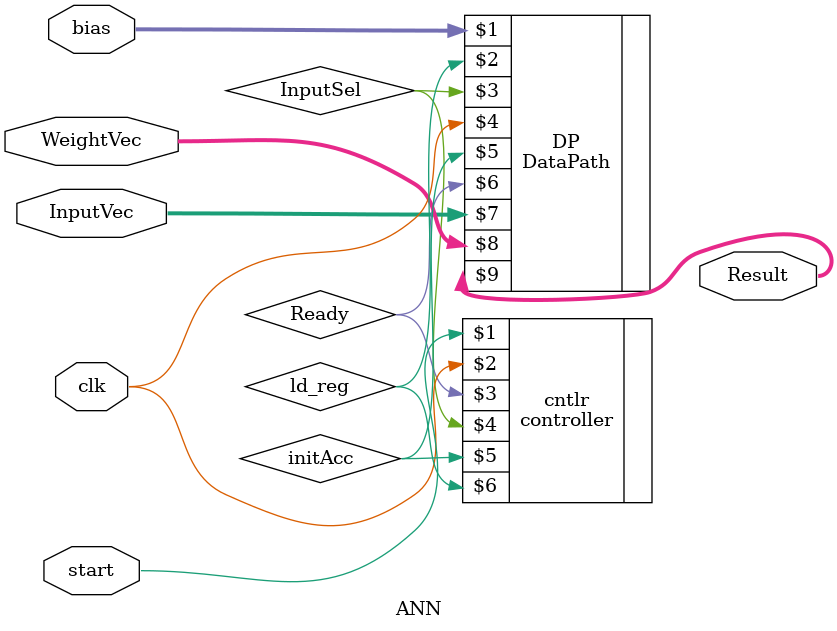
<source format=v>
`timescale 1ns / 1ps
module ANN#(parameter n=2)( 
	input[7:0] bias,
    input [0:8*n-1] InputVec,
    input [0:8*n-1] WeightVec,
	 input start,clk,
    output [15:0] Result
    );
	 wire Ready,InputSel,initAcc,ld_reg;
	 controller#(n) cntlr(start,clk,Ready,InputSel,initAcc,ld_reg);
	 DataPath#(n) DP(bias,ld_reg,InputSel,clk,initAcc,Ready,InputVec,WeightVec,Result);
endmodule

</source>
